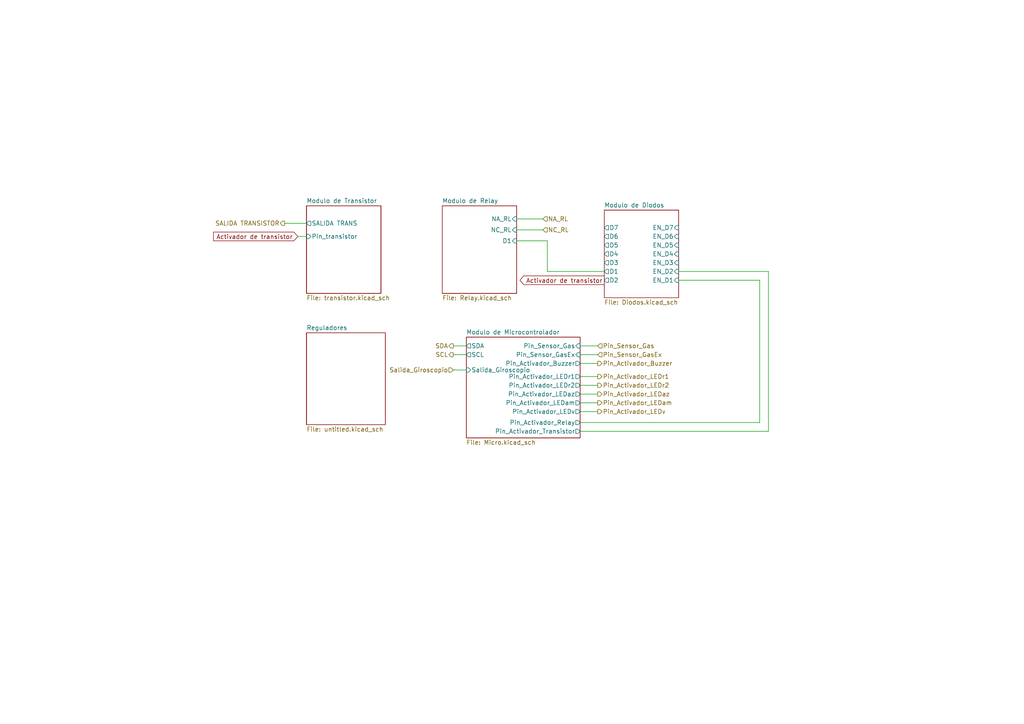
<source format=kicad_sch>
(kicad_sch (version 20230121) (generator eeschema)
  (paper "A4")
  (lib_symbols)
  (wire (pts (xy 149.86 66.675) (xy 157.48 66.675)))
  (wire (pts (xy 168.275 100.33) (xy 173.355 100.33)))
  (wire (pts (xy 168.275 119.38) (xy 173.355 119.38)))
  (wire (pts (xy 82.55 64.77) (xy 88.9 64.77)))
  (wire (pts (xy 222.885 78.74) (xy 196.85 78.74)))
  (wire (pts (xy 168.275 102.87) (xy 173.355 102.87)))
  (wire (pts (xy 168.275 116.84) (xy 173.355 116.84)))
  (wire (pts (xy 220.345 122.555) (xy 220.345 81.28)))
  (wire (pts (xy 168.275 114.3) (xy 173.355 114.3)))
  (wire (pts (xy 131.445 100.33) (xy 135.255 100.33)))
  (wire (pts (xy 168.275 111.76) (xy 173.355 111.76)))
  (wire (pts (xy 168.275 125.095) (xy 222.885 125.095)))
  (wire (pts (xy 86.36 68.58) (xy 88.9 68.58)))
  (wire (pts (xy 158.75 69.85) (xy 158.75 78.74)))
  (wire (pts (xy 168.275 109.22) (xy 173.355 109.22)))
  (wire (pts (xy 168.275 122.555) (xy 220.345 122.555)))
  (wire (pts (xy 131.445 107.315) (xy 135.255 107.315)))
  (wire (pts (xy 222.885 78.74) (xy 222.885 125.095)))
  (wire (pts (xy 158.75 78.74) (xy 175.26 78.74)))
  (wire (pts (xy 158.75 69.85) (xy 149.86 69.85)))
  (wire (pts (xy 131.445 102.87) (xy 135.255 102.87)))
  (wire (pts (xy 168.275 105.41) (xy 173.355 105.41)))
  (wire (pts (xy 220.345 81.28) (xy 196.85 81.28)))
  (wire (pts (xy 149.86 63.5) (xy 157.48 63.5)))
  (global_label "Activador de transistor" (shape output) (at 175.26 81.28 180) (property "Intersheetrefs" "${INTERSHEET_REFS}" (effects hide)))
  (global_label "Activador de transistor" (shape input) (at 86.36 68.58 180) (property "Intersheetrefs" "${INTERSHEET_REFS}" (effects hide)))
  (hierarchical_label "Salida_Giroscopio" (shape input) (at 131.445 107.315 180))
  (hierarchical_label "Pin_Sensor_GasEx" (shape input) (at 173.355 102.87 0))
  (hierarchical_label "Pin_Activador_LEDv" (shape output) (at 173.355 119.38 0))
  (hierarchical_label "Pin_Activador_LEDam" (shape output) (at 173.355 116.84 0))
  (hierarchical_label "NC_RL" (shape input) (at 157.48 66.675 0))
  (hierarchical_label "Pin_Activador_Buzzer" (shape output) (at 173.355 105.41 0))
  (hierarchical_label "Pin_Activador_LEDr2" (shape output) (at 173.355 111.76 0))
  (hierarchical_label "SALIDA TRANSISTOR" (shape output) (at 82.55 64.77 180))
  (hierarchical_label "SCL" (shape output) (at 131.445 102.87 180))
  (hierarchical_label "Pin_Sensor_Gas" (shape input) (at 173.355 100.33 0))
  (hierarchical_label "Pin_Activador_LEDr1" (shape output) (at 173.355 109.22 0))
  (hierarchical_label "SDA" (shape output) (at 131.445 100.33 180))
  (hierarchical_label "Pin_Activador_LEDaz" (shape output) (at 173.355 114.3 0))
  (hierarchical_label "NA_RL" (shape input) (at 157.48 63.5 0))
  (sheet (at 128.27 59.69) (size 21.59 25.4) (stroke (width 0.1524))
    (property "Sheetname" "Modulo de Relay" (at 128.27 58.9784 0) (effects (justify left bottom)))
    (property "Sheetfile" "Relay.kicad_sch" (at 128.27 85.6746 0) (effects (justify left top)))
    (pin "NA_RL" input (at 149.86 63.5 0))
    (pin "D1" input (at 149.86 69.85 0))
    (pin "NC_RL" input (at 149.86 66.675 0))
  )
  (sheet (at 135.255 97.79) (size 33.02 29.21) (stroke (width 0.1524))
    (property "Sheetname" "Modulo de Microcontrolador" (at 135.255 97.0784 0) (effects (justify left bottom)))
    (property "Sheetfile" "Micro.kicad_sch" (at 135.255 127.5846 0) (effects (justify left top)))
    (pin "Pin_Sensor_Gas" input (at 168.275 100.33 0))
    (pin "Pin_Activador_Buzzer" output (at 168.275 105.41 0))
    (pin "Pin_Activador_LEDr1" output (at 168.275 109.22 0))
    (pin "Pin_Activador_Transistor" output (at 168.275 125.095 0))
    (pin "Pin_Activador_Relay" output (at 168.275 122.555 0))
    (pin "Pin_Sensor_GasEx" input (at 168.275 102.87 0))
    (pin "Pin_Activador_LEDr2" output (at 168.275 111.76 0))
    (pin "Pin_Activador_LEDaz" output (at 168.275 114.3 0))
    (pin "SDA" output (at 135.255 100.33 180))
    (pin "SCL" output (at 135.255 102.87 180))
    (pin "Pin_Activador_LEDam" output (at 168.275 116.84 0))
    (pin "Pin_Activador_LEDv" output (at 168.275 119.38 0))
    (pin "Salida_Giroscopio" input (at 135.255 107.315 180))
  )
  (sheet (at 88.9 59.69) (size 21.59 25.4) (stroke (width 0.1524))
    (property "Sheetname" "Modulo de Transistor" (at 88.9 58.9784 0) (effects (justify left bottom)))
    (property "Sheetfile" "transistor.kicad_sch" (at 88.9 85.6746 0) (effects (justify left top)))
    (pin "SALIDA TRANS" output (at 88.9 64.77 180))
    (pin "Pin_transistor" input (at 88.9 68.58 180))
  )
  (sheet (at 175.26 60.96) (size 21.59 25.4) (stroke (width 0.1524))
    (property "Sheetname" "Modulo de Diodos" (at 175.26 60.2484 0) (effects (justify left bottom)))
    (property "Sheetfile" "Diodos.kicad_sch" (at 175.26 86.9446 0) (effects (justify left top)))
    (pin "D6" output (at 175.26 68.58 180))
    (pin "D7" output (at 175.26 66.04 180))
    (pin "D5" output (at 175.26 71.12 180))
    (pin "D4" output (at 175.26 73.66 180))
    (pin "D3" output (at 175.26 76.2 180))
    (pin "D1" output (at 175.26 78.74 180))
    (pin "D2" output (at 175.26 81.28 180))
    (pin "EN_D6" input (at 196.85 68.58 0))
    (pin "EN_D7" input (at 196.85 66.04 0))
    (pin "EN_D2" input (at 196.85 78.74 0))
    (pin "EN_D1" input (at 196.85 81.28 0))
    (pin "EN_D3" input (at 196.85 76.2 0))
    (pin "EN_D4" input (at 196.85 73.66 0))
    (pin "EN_D5" input (at 196.85 71.12 0))
  )
  (sheet (at 88.9 96.52) (size 22.86 26.67) (stroke (width 0.1524))
    (property "Sheetname" "Reguladores" (at 88.9 95.8084 0) (effects (justify left bottom)))
    (property "Sheetfile" "untitled.kicad_sch" (at 88.9 123.7746 0) (effects (justify left top)))
  )
)
</source>
